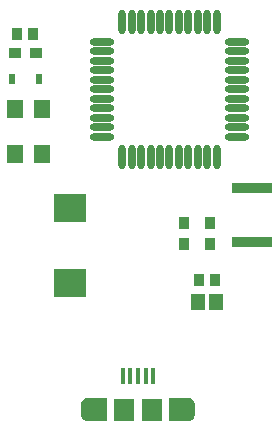
<source format=gtp>
G04*
G04 #@! TF.GenerationSoftware,Altium Limited,Altium Designer,18.1.11 (251)*
G04*
G04 Layer_Color=8421504*
%FSLAX25Y25*%
%MOIN*%
G70*
G01*
G75*
%ADD18R,0.13504X0.03347*%
%ADD19R,0.07087X0.07480*%
%ADD20R,0.01575X0.05315*%
%ADD21R,0.03543X0.03937*%
%ADD22R,0.05118X0.05512*%
%ADD23O,0.02362X0.08071*%
%ADD24O,0.08071X0.02362*%
%ADD25R,0.03937X0.03543*%
%ADD26R,0.02480X0.03268*%
%ADD27R,0.11024X0.09449*%
%ADD28R,0.05512X0.06299*%
G36*
X148791Y330020D02*
X141825D01*
X140957Y330379D01*
X140293Y331044D01*
X139933Y331912D01*
Y332382D01*
Y335138D01*
Y335608D01*
X140293Y336476D01*
X140957Y337140D01*
X141825Y337500D01*
X148791D01*
Y330020D01*
D02*
G37*
G36*
X177098Y337140D02*
X177762Y336476D01*
X178122Y335608D01*
Y335138D01*
Y332382D01*
Y331912D01*
X177762Y331044D01*
X177098Y330379D01*
X176230Y330020D01*
X169264D01*
Y337500D01*
X176230D01*
X177098Y337140D01*
D02*
G37*
D18*
X197000Y389445D02*
D03*
Y407555D02*
D03*
D19*
X163555Y333760D02*
D03*
X154500D02*
D03*
D20*
X153909Y344783D02*
D03*
X164146D02*
D03*
X156468D02*
D03*
X159028D02*
D03*
X161586D02*
D03*
D21*
X184618Y377000D02*
D03*
X179303D02*
D03*
X118547Y459000D02*
D03*
X123862D02*
D03*
X174500Y396043D02*
D03*
Y388957D02*
D03*
X182921Y388775D02*
D03*
Y395861D02*
D03*
D22*
X185150Y369500D02*
D03*
X178850D02*
D03*
D23*
X185248Y462941D02*
D03*
X182098D02*
D03*
X178949D02*
D03*
X175799D02*
D03*
X172650D02*
D03*
X169500D02*
D03*
X166350D02*
D03*
X163201D02*
D03*
X160051D02*
D03*
X156902D02*
D03*
X153752D02*
D03*
Y418059D02*
D03*
X156902D02*
D03*
X160051D02*
D03*
X163201D02*
D03*
X166350D02*
D03*
X169500D02*
D03*
X172650D02*
D03*
X175799D02*
D03*
X178949D02*
D03*
X182098D02*
D03*
X185248D02*
D03*
D24*
X147059Y456248D02*
D03*
Y453098D02*
D03*
Y449949D02*
D03*
Y446799D02*
D03*
Y443650D02*
D03*
Y440500D02*
D03*
Y437350D02*
D03*
Y434201D02*
D03*
Y431051D02*
D03*
Y427902D02*
D03*
Y424752D02*
D03*
X191941D02*
D03*
Y427902D02*
D03*
Y431051D02*
D03*
Y434201D02*
D03*
Y437350D02*
D03*
Y440500D02*
D03*
Y443650D02*
D03*
Y446799D02*
D03*
Y449949D02*
D03*
Y453098D02*
D03*
Y456248D02*
D03*
D25*
X125000Y452503D02*
D03*
X117913D02*
D03*
D26*
X117141Y444000D02*
D03*
X125920D02*
D03*
D27*
X136500Y400962D02*
D03*
Y375765D02*
D03*
D28*
X127028Y419020D02*
D03*
Y433980D02*
D03*
X117972D02*
D03*
Y419020D02*
D03*
M02*

</source>
